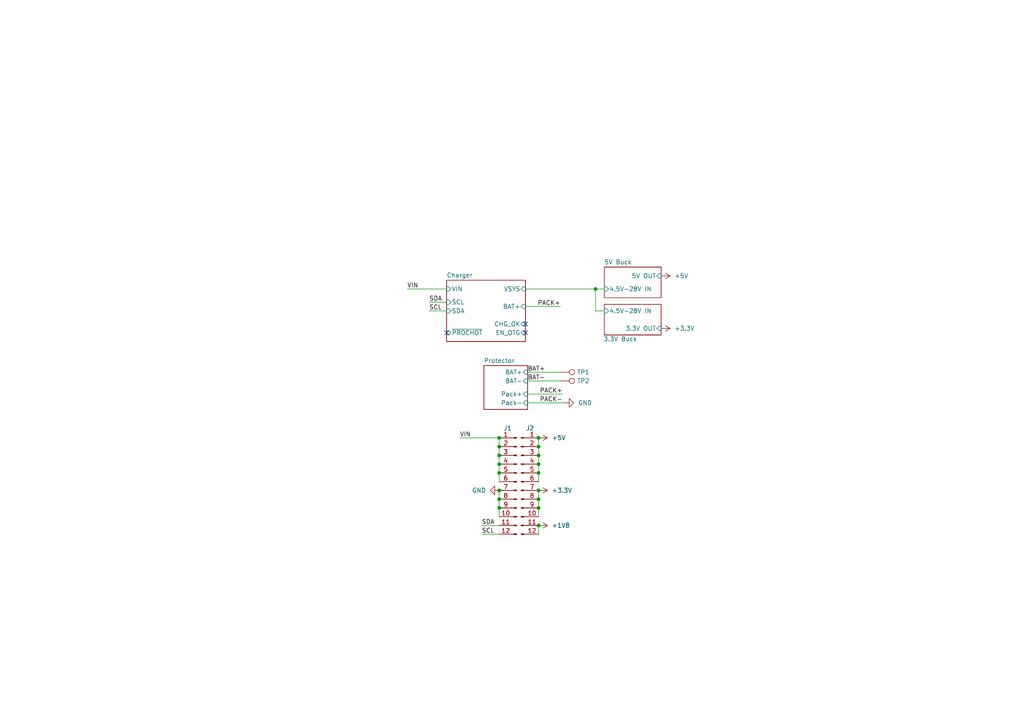
<source format=kicad_sch>
(kicad_sch (version 20231120) (generator "eeschema") (generator_version "8.0")
  (paper "A4")
  (lib_symbols
    (symbol "Connector:Conn_01x12_Pin" (pin_names (offset 1.016) hide)
      (property "Reference" "J" (at 0 15.24 0))
      (property "Value" "Conn_01x12_Pin" (at 0 -17.78 0))
      (symbol "Conn_01x12_Pin_1_1"
        (polyline (pts (xy 1.27 -15.24) (xy 0.8636 -15.24)) (stroke (width 0.1524)))
        (polyline (pts (xy 1.27 -12.7) (xy 0.8636 -12.7)) (stroke (width 0.1524)))
        (polyline (pts (xy 1.27 -10.16) (xy 0.8636 -10.16)) (stroke (width 0.1524)))
        (polyline (pts (xy 1.27 -7.62) (xy 0.8636 -7.62)) (stroke (width 0.1524)))
        (polyline (pts (xy 1.27 -5.08) (xy 0.8636 -5.08)) (stroke (width 0.1524)))
        (polyline (pts (xy 1.27 -2.54) (xy 0.8636 -2.54)) (stroke (width 0.1524)))
        (polyline (pts (xy 1.27 0) (xy 0.8636 0)) (stroke (width 0.1524)))
        (polyline (pts (xy 1.27 2.54) (xy 0.8636 2.54)) (stroke (width 0.1524)))
        (polyline (pts (xy 1.27 5.08) (xy 0.8636 5.08)) (stroke (width 0.1524)))
        (polyline (pts (xy 1.27 7.62) (xy 0.8636 7.62)) (stroke (width 0.1524)))
        (polyline (pts (xy 1.27 10.16) (xy 0.8636 10.16)) (stroke (width 0.1524)))
        (polyline (pts (xy 1.27 12.7) (xy 0.8636 12.7)) (stroke (width 0.1524)))
        (rectangle (start 0.8636 -15.113) (end 0 -15.367) (stroke (width 0.1524)) (fill (type outline)))
        (rectangle (start 0.8636 -12.573) (end 0 -12.827) (stroke (width 0.1524)) (fill (type outline)))
        (rectangle (start 0.8636 -10.033) (end 0 -10.287) (stroke (width 0.1524)) (fill (type outline)))
        (rectangle (start 0.8636 -7.493) (end 0 -7.747) (stroke (width 0.1524)) (fill (type outline)))
        (rectangle (start 0.8636 -4.953) (end 0 -5.207) (stroke (width 0.1524)) (fill (type outline)))
        (rectangle (start 0.8636 -2.413) (end 0 -2.667) (stroke (width 0.1524)) (fill (type outline)))
        (rectangle (start 0.8636 0.127) (end 0 -0.127) (stroke (width 0.1524)) (fill (type outline)))
        (rectangle (start 0.8636 2.667) (end 0 2.413) (stroke (width 0.1524)) (fill (type outline)))
        (rectangle (start 0.8636 5.207) (end 0 4.953) (stroke (width 0.1524)) (fill (type outline)))
        (rectangle (start 0.8636 7.747) (end 0 7.493) (stroke (width 0.1524)) (fill (type outline)))
        (rectangle (start 0.8636 10.287) (end 0 10.033) (stroke (width 0.1524)) (fill (type outline)))
        (rectangle (start 0.8636 12.827) (end 0 12.573) (stroke (width 0.1524)) (fill (type outline)))
        (pin passive line (at 5.08 12.7 180) (length 3.81) (name "Pin_1") (number "1"))
        (pin passive line (at 5.08 -10.16 180) (length 3.81) (name "Pin_10") (number "10"))
        (pin passive line (at 5.08 -12.7 180) (length 3.81) (name "Pin_11") (number "11"))
        (pin passive line (at 5.08 -15.24 180) (length 3.81) (name "Pin_12") (number "12"))
        (pin passive line (at 5.08 10.16 180) (length 3.81) (name "Pin_2") (number "2"))
        (pin passive line (at 5.08 7.62 180) (length 3.81) (name "Pin_3") (number "3"))
        (pin passive line (at 5.08 5.08 180) (length 3.81) (name "Pin_4") (number "4"))
        (pin passive line (at 5.08 2.54 180) (length 3.81) (name "Pin_5") (number "5"))
        (pin passive line (at 5.08 0 180) (length 3.81) (name "Pin_6") (number "6"))
        (pin passive line (at 5.08 -2.54 180) (length 3.81) (name "Pin_7") (number "7"))
        (pin passive line (at 5.08 -5.08 180) (length 3.81) (name "Pin_8") (number "8"))
        (pin passive line (at 5.08 -7.62 180) (length 3.81) (name "Pin_9") (number "9"))
      )
    )
    (symbol "Connector:TestPoint" (pin_numbers hide) (pin_names (offset 0.762) hide)
      (property "Reference" "TP" (at 0 6.858 0))
      (property "Value" "TestPoint" (at 0 5.08 0))
      (symbol "TestPoint_0_1"
        (circle (center 0 3.302) (radius 0.762))
      )
      (symbol "TestPoint_1_1"
        (pin passive line (at 0 0 90) (length 2.54) (name "1") (number "1"))
      )
    )
    (symbol "power:+1V8" (power) (pin_numbers hide) (pin_names (offset 0) hide)
      (property "Value" "+1V8" (at 0 3.556 0))
      (symbol "+1V8_0_1"
        (polyline (pts (xy -0.762 1.27) (xy 0 2.54)))
        (polyline (pts (xy 0 0) (xy 0 2.54)))
        (polyline (pts (xy 0 2.54) (xy 0.762 1.27)))
      )
      (symbol "+1V8_1_1"
        (pin power_in line (at 0 0 90) (length 0) (name "~") (number "1"))
      )
    )
    (symbol "power:+3.3V" (power) (pin_numbers hide) (pin_names (offset 0) hide)
      (property "Value" "+3.3V" (at 0 3.556 0))
      (symbol "+3.3V_0_1"
        (polyline (pts (xy -0.762 1.27) (xy 0 2.54)))
        (polyline (pts (xy 0 0) (xy 0 2.54)))
        (polyline (pts (xy 0 2.54) (xy 0.762 1.27)))
      )
      (symbol "+3.3V_1_1"
        (pin power_in line (at 0 0 90) (length 0) (name "~") (number "1"))
      )
    )
    (symbol "power:+5V" (power) (pin_numbers hide) (pin_names (offset 0) hide)
      (property "Value" "+5V" (at 0 3.556 0))
      (symbol "+5V_0_1"
        (polyline (pts (xy -0.762 1.27) (xy 0 2.54)))
        (polyline (pts (xy 0 0) (xy 0 2.54)))
        (polyline (pts (xy 0 2.54) (xy 0.762 1.27)))
      )
      (symbol "+5V_1_1"
        (pin power_in line (at 0 0 90) (length 0) (name "~") (number "1"))
      )
    )
    (symbol "power:GND" (power) (pin_numbers hide) (pin_names (offset 0) hide)
      (property "Value" "GND" (at 0 -3.81 0))
      (symbol "GND_0_1"
        (polyline (pts (xy 0 0) (xy 0 -1.27) (xy 1.27 -1.27) (xy 0 -2.54) (xy -1.27 -1.27) (xy 0 -1.27)))
      )
      (symbol "GND_1_1"
        (pin power_in line (at 0 0 270) (length 0) (name "~") (number "1"))
      )
    )
  )
  (junction (at 156.21 147.32))
  (junction (at 144.78 134.62))
  (junction (at 156.21 152.4))
  (junction (at 144.78 129.54))
  (junction (at 156.21 144.78))
  (junction (at 144.78 132.08))
  (junction (at 156.21 142.24))
  (junction (at 144.78 142.24))
  (junction (at 156.21 127))
  (junction (at 156.21 134.62))
  (junction (at 156.21 132.08))
  (junction (at 172.72 83.82))
  (junction (at 144.78 144.78))
  (junction (at 144.78 127))
  (junction (at 156.21 129.54))
  (junction (at 144.78 147.32))
  (junction (at 144.78 137.16))
  (junction (at 156.21 137.16))
  (no_connect (at 152.4 93.98))
  (no_connect (at 129.54 96.52))
  (no_connect (at 152.4 96.52))
  (wire (pts (xy 124.46 87.63) (xy 129.54 87.63)))
  (wire (pts (xy 172.72 83.82) (xy 175.26 83.82)))
  (wire (pts (xy 156.21 127) (xy 156.21 129.54)))
  (wire (pts (xy 172.72 90.17) (xy 172.72 83.82)))
  (wire (pts (xy 153.035 114.3) (xy 163.195 114.3)))
  (wire (pts (xy 162.56 110.49) (xy 153.035 110.49)))
  (wire (pts (xy 156.21 137.16) (xy 156.21 139.7)))
  (wire (pts (xy 144.78 137.16) (xy 144.78 139.7)))
  (wire (pts (xy 156.21 152.4) (xy 156.21 154.94)))
  (wire (pts (xy 139.7 152.4) (xy 144.78 152.4)))
  (wire (pts (xy 156.21 129.54) (xy 156.21 132.08)))
  (wire (pts (xy 156.21 147.32) (xy 156.21 149.86)))
  (wire (pts (xy 156.21 132.08) (xy 156.21 134.62)))
  (wire (pts (xy 156.21 142.24) (xy 156.21 144.78)))
  (wire (pts (xy 144.78 134.62) (xy 144.78 137.16)))
  (wire (pts (xy 156.21 144.78) (xy 156.21 147.32)))
  (wire (pts (xy 133.35 127) (xy 144.78 127)))
  (wire (pts (xy 139.7 154.94) (xy 144.78 154.94)))
  (wire (pts (xy 152.4 88.9) (xy 162.56 88.9)))
  (wire (pts (xy 124.46 90.17) (xy 129.54 90.17)))
  (wire (pts (xy 144.78 147.32) (xy 144.78 149.86)))
  (wire (pts (xy 152.4 83.82) (xy 172.72 83.82)))
  (wire (pts (xy 144.78 142.24) (xy 144.78 144.78)))
  (wire (pts (xy 175.26 90.17) (xy 172.72 90.17)))
  (wire (pts (xy 156.21 134.62) (xy 156.21 137.16)))
  (wire (pts (xy 153.035 116.84) (xy 163.83 116.84)))
  (wire (pts (xy 118.11 83.82) (xy 129.54 83.82)))
  (wire (pts (xy 144.78 132.08) (xy 144.78 134.62)))
  (wire (pts (xy 144.78 129.54) (xy 144.78 132.08)))
  (wire (pts (xy 162.56 107.95) (xy 153.035 107.95)))
  (wire (pts (xy 144.78 144.78) (xy 144.78 147.32)))
  (wire (pts (xy 144.78 127) (xy 144.78 129.54)))
  (label "SDA" (at 139.7 152.4 0))
  (label "VIN" (at 133.35 127 0))
  (label "BAT-" (at 153.035 110.49 0))
  (label "SCL" (at 124.46 90.17 0))
  (label "SCL" (at 139.7 154.94 0))
  (label "PACK+" (at 162.56 88.9 180))
  (label "SDA" (at 124.46 87.63 0))
  (label "BAT+" (at 153.035 107.95 0))
  (label "PACK+" (at 163.195 114.3 180))
  (label "PACK-" (at 163.195 116.84 180))
  (label "VIN" (at 118.11 83.82 0))
  (symbol (lib_id "power:GND") (at 163.83 116.84 90) (unit 1)
    (property "Reference" "#PWR03" (effects (hide yes)))
    (property "Value" "GND" (at 167.64 116.8399 90) (effects (justify right)))
    (property "Description" "Power symbol creates a global label with name \"GND\" , ground" (effects (hide yes)))
  )
  (symbol (lib_id "power:+3.3V") (at 156.21 142.24 270) (unit 1)
    (property "Reference" "#PWR06" (effects (hide yes)))
    (property "Value" "+3.3V" (at 160.02 142.2399 90) (effects (justify left)))
    (property "Description" "Power symbol creates a global label with name \"+3.3V\"" (effects (hide yes)))
  )
  (symbol (lib_id "power:+5V") (at 191.77 80.01 270) (unit 1)
    (property "Reference" "#PWR01" (effects (hide yes)))
    (property "Value" "+5V" (at 195.58 80.0099 90) (effects (justify left)))
    (property "Description" "Power symbol creates a global label with name \"+5V\"" (effects (hide yes)))
  )
  (symbol (lib_id "Connector:Conn_01x12_Pin") (at 149.86 139.7 0) (mirror y) (unit 1)
    (property "Reference" "J1" (at 146.05 124.206 0) (effects (justify right)))
    (property "Value" "Conn_01x12_Pin" (effects (hide yes)))
    (property "Footprint" "Connector_PinSocket_1.27mm:PinSocket_1x12_P1.27mm_Vertical" (effects (hide yes)))
    (property "Description" "Generic connector, single row, 01x12, script generated" (effects (hide yes)))
  )
  (symbol (lib_id "power:GND") (at 144.78 142.24 270) (unit 1)
    (property "Reference" "#PWR05" (effects (hide yes)))
    (property "Value" "GND" (at 140.97 142.2399 90) (effects (justify right)))
    (property "Description" "Power symbol creates a global label with name \"GND\" , ground" (effects (hide yes)))
  )
  (symbol (lib_id "power:+5V") (at 156.21 127 270) (unit 1)
    (property "Reference" "#PWR04" (effects (hide yes)))
    (property "Value" "+5V" (at 160.02 126.9999 90) (effects (justify left)))
    (property "Description" "Power symbol creates a global label with name \"+5V\"" (effects (hide yes)))
  )
  (symbol (lib_id "Connector:TestPoint") (at 162.56 107.95 270) (mirror x) (unit 1)
    (property "Reference" "TP1" (at 169.164 107.95 90))
    (property "Value" "TestPoint" (effects (hide yes)))
    (property "Footprint" "TestPoint:TestPoint_THTPad_D3.0mm_Drill1.5mm" (effects (hide yes)))
    (property "Description" "test point" (effects (hide yes)))
  )
  (symbol (lib_id "power:+1V8") (at 156.21 152.4 270) (unit 1)
    (property "Reference" "#PWR07" (effects (hide yes)))
    (property "Value" "+1V8" (at 160.02 152.3999 90) (effects (justify left)))
    (property "Description" "Power symbol creates a global label with name \"+1V8\"" (effects (hide yes)))
  )
  (symbol (lib_id "power:+3.3V") (at 191.77 95.25 270) (unit 1)
    (property "Reference" "#PWR02" (effects (hide yes)))
    (property "Value" "+3.3V" (at 195.58 95.2499 90) (effects (justify left)))
    (property "Description" "Power symbol creates a global label with name \"+3.3V\"" (effects (hide yes)))
  )
  (symbol (lib_id "Connector:Conn_01x12_Pin") (at 151.13 139.7 0) (unit 1)
    (property "Reference" "J2" (at 154.94 124.206 0) (effects (justify right)))
    (property "Value" "Conn_01x12_Pin" (effects (hide yes)))
    (property "Footprint" "Connector_PinSocket_1.27mm:PinSocket_1x12_P1.27mm_Vertical" (effects (hide yes)))
    (property "Description" "Generic connector, single row, 01x12, script generated" (effects (hide yes)))
  )
  (symbol (lib_id "Connector:TestPoint") (at 162.56 110.49 270) (mirror x) (unit 1)
    (property "Reference" "TP2" (at 169.164 110.49 90))
    (property "Value" "TestPoint" (effects (hide yes)))
    (property "Footprint" "TestPoint:TestPoint_THTPad_D3.0mm_Drill1.5mm" (effects (hide yes)))
    (property "Description" "test point" (effects (hide yes)))
  )
  (sheet (at 140.335 106.045) (size 12.7 12.7) (stroke (width 0.1524))
    (property "Sheetname" "Protector" (at 140.335 105.3334 0) (effects (justify left bottom)))
    (property "Sheetfile" "Bat_Prot.kicad_sch" (effects (hide yes)))
    (pin "BAT+" input (at 153.035 107.95 0))
    (pin "Pack+" input (at 153.035 114.3 0))
    (pin "Pack-" input (at 153.035 116.84 0))
    (pin "BAT-" input (at 153.035 110.49 0))
  )
  (sheet (at 129.54 81.28) (size 22.86 17.78) (stroke (width 0.1524))
    (property "Sheetname" "Charger" (at 129.54 80.5684 0) (effects (justify left bottom)))
    (property "Sheetfile" "Bat_Charge.kicad_sch" (effects (hide yes)))
    (pin "BAT+" input (at 152.4 88.9 0))
    (pin "VSYS" input (at 152.4 83.82 0))
    (pin "SDA" input (at 129.54 90.17 180))
    (pin "SCL" input (at 129.54 87.63 180))
    (pin "~{PROCHOT}" input (at 129.54 96.52 180))
    (pin "CHG_OK" input (at 152.4 93.98 0))
    (pin "EN_OTG" input (at 152.4 96.52 0))
    (pin "VIN" input (at 129.54 83.82 180))
  )
  (sheet (at 175.26 88.265) (size 16.51 8.89) (stroke (width 0.1524))
    (property "Sheetname" "3.3V Buck" (at 175.006 99.06 0) (effects (justify left bottom)))
    (property "Sheetfile" "3V3buck.kicad_sch" (effects (hide yes)))
    (pin "4.5V-28V IN" input (at 175.26 90.17 180))
    (pin "3.3V OUT" input (at 191.77 95.25 0))
  )
  (sheet (at 175.26 77.47) (size 16.51 8.89) (stroke (width 0.1524))
    (property "Sheetname" "5V Buck" (at 175.26 76.7584 0) (effects (justify left bottom)))
    (property "Sheetfile" "5Vbuck.kicad_sch" (effects (hide yes)))
    (pin "5V OUT" input (at 191.77 80.01 0))
    (pin "4.5V-28V IN" input (at 175.26 83.82 180))
  )
)
</source>
